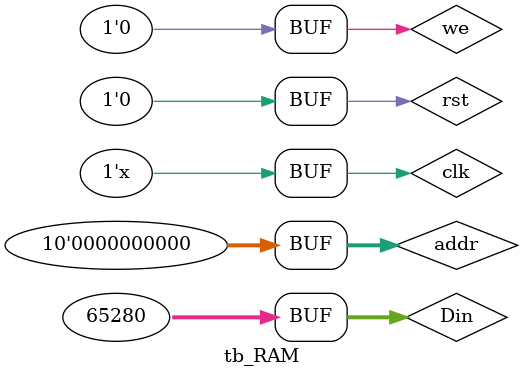
<source format=v>
`timescale 1ns / 1ps


module tb_RAM();
    reg clk = 0, rst = 0;
    reg [9:0] addr;
    reg we;
    reg [31:0] Din;
    wire  [31:0] Dout;
    always #20 clk = ~clk;
    initial begin
        addr = 0;
        we = 1;
        Din = 32'h000000ff;
        #30 we = 0;
        addr = 10;
        Din = 32'h0000ff00;
        #10 we = 1;
        #20 we = 0;
        addr = 0;
        #5 addr = 3;
        #20 rst = 1;
        addr = 0;
        #20 rst = 0;
        
    end
    RAM ram(.clk(clk), .rst(rst), .we(we), .addr(addr), .Din(Din), .Dout(Dout));
endmodule

</source>
